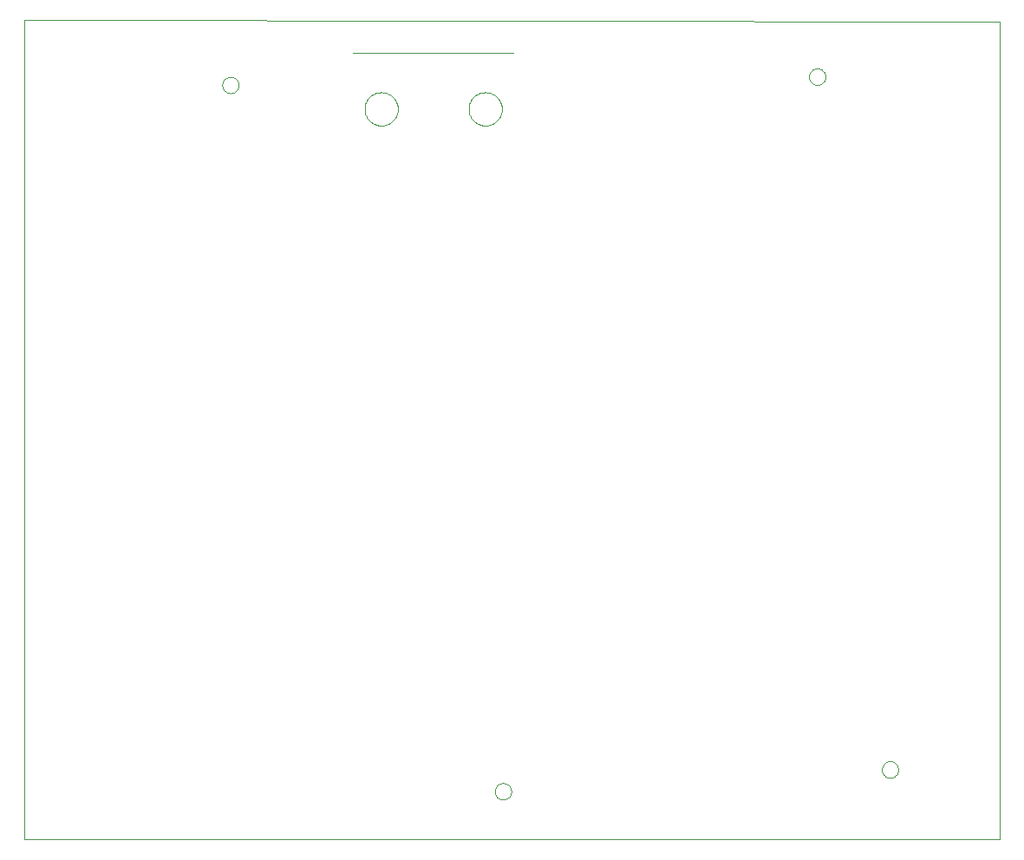
<source format=gko>
G75*
%MOIN*%
%OFA0B0*%
%FSLAX24Y24*%
%IPPOS*%
%LPD*%
%AMOC8*
5,1,8,0,0,1.08239X$1,22.5*
%
%ADD10C,0.0000*%
%ADD11C,0.0004*%
D10*
X001260Y002090D02*
X038752Y002090D01*
X038752Y033530D01*
X001260Y033590D01*
X001260Y002090D01*
X019345Y003940D02*
X019347Y003975D01*
X019353Y004010D01*
X019363Y004044D01*
X019376Y004077D01*
X019393Y004108D01*
X019414Y004136D01*
X019437Y004163D01*
X019464Y004186D01*
X019492Y004207D01*
X019523Y004224D01*
X019556Y004237D01*
X019590Y004247D01*
X019625Y004253D01*
X019660Y004255D01*
X019695Y004253D01*
X019730Y004247D01*
X019764Y004237D01*
X019797Y004224D01*
X019828Y004207D01*
X019856Y004186D01*
X019883Y004163D01*
X019906Y004136D01*
X019927Y004108D01*
X019944Y004077D01*
X019957Y004044D01*
X019967Y004010D01*
X019973Y003975D01*
X019975Y003940D01*
X019973Y003905D01*
X019967Y003870D01*
X019957Y003836D01*
X019944Y003803D01*
X019927Y003772D01*
X019906Y003744D01*
X019883Y003717D01*
X019856Y003694D01*
X019828Y003673D01*
X019797Y003656D01*
X019764Y003643D01*
X019730Y003633D01*
X019695Y003627D01*
X019660Y003625D01*
X019625Y003627D01*
X019590Y003633D01*
X019556Y003643D01*
X019523Y003656D01*
X019492Y003673D01*
X019464Y003694D01*
X019437Y003717D01*
X019414Y003744D01*
X019393Y003772D01*
X019376Y003803D01*
X019363Y003836D01*
X019353Y003870D01*
X019347Y003905D01*
X019345Y003940D01*
X034225Y004780D02*
X034227Y004815D01*
X034233Y004850D01*
X034243Y004884D01*
X034256Y004917D01*
X034273Y004948D01*
X034294Y004976D01*
X034317Y005003D01*
X034344Y005026D01*
X034372Y005047D01*
X034403Y005064D01*
X034436Y005077D01*
X034470Y005087D01*
X034505Y005093D01*
X034540Y005095D01*
X034575Y005093D01*
X034610Y005087D01*
X034644Y005077D01*
X034677Y005064D01*
X034708Y005047D01*
X034736Y005026D01*
X034763Y005003D01*
X034786Y004976D01*
X034807Y004948D01*
X034824Y004917D01*
X034837Y004884D01*
X034847Y004850D01*
X034853Y004815D01*
X034855Y004780D01*
X034853Y004745D01*
X034847Y004710D01*
X034837Y004676D01*
X034824Y004643D01*
X034807Y004612D01*
X034786Y004584D01*
X034763Y004557D01*
X034736Y004534D01*
X034708Y004513D01*
X034677Y004496D01*
X034644Y004483D01*
X034610Y004473D01*
X034575Y004467D01*
X034540Y004465D01*
X034505Y004467D01*
X034470Y004473D01*
X034436Y004483D01*
X034403Y004496D01*
X034372Y004513D01*
X034344Y004534D01*
X034317Y004557D01*
X034294Y004584D01*
X034273Y004612D01*
X034256Y004643D01*
X034243Y004676D01*
X034233Y004710D01*
X034227Y004745D01*
X034225Y004780D01*
X018340Y030180D02*
X018342Y030230D01*
X018348Y030280D01*
X018358Y030329D01*
X018371Y030378D01*
X018389Y030425D01*
X018410Y030471D01*
X018434Y030514D01*
X018462Y030556D01*
X018493Y030596D01*
X018527Y030633D01*
X018564Y030667D01*
X018604Y030698D01*
X018646Y030726D01*
X018689Y030750D01*
X018735Y030771D01*
X018782Y030789D01*
X018831Y030802D01*
X018880Y030812D01*
X018930Y030818D01*
X018980Y030820D01*
X019030Y030818D01*
X019080Y030812D01*
X019129Y030802D01*
X019178Y030789D01*
X019225Y030771D01*
X019271Y030750D01*
X019314Y030726D01*
X019356Y030698D01*
X019396Y030667D01*
X019433Y030633D01*
X019467Y030596D01*
X019498Y030556D01*
X019526Y030514D01*
X019550Y030471D01*
X019571Y030425D01*
X019589Y030378D01*
X019602Y030329D01*
X019612Y030280D01*
X019618Y030230D01*
X019620Y030180D01*
X019618Y030130D01*
X019612Y030080D01*
X019602Y030031D01*
X019589Y029982D01*
X019571Y029935D01*
X019550Y029889D01*
X019526Y029846D01*
X019498Y029804D01*
X019467Y029764D01*
X019433Y029727D01*
X019396Y029693D01*
X019356Y029662D01*
X019314Y029634D01*
X019271Y029610D01*
X019225Y029589D01*
X019178Y029571D01*
X019129Y029558D01*
X019080Y029548D01*
X019030Y029542D01*
X018980Y029540D01*
X018930Y029542D01*
X018880Y029548D01*
X018831Y029558D01*
X018782Y029571D01*
X018735Y029589D01*
X018689Y029610D01*
X018646Y029634D01*
X018604Y029662D01*
X018564Y029693D01*
X018527Y029727D01*
X018493Y029764D01*
X018462Y029804D01*
X018434Y029846D01*
X018410Y029889D01*
X018389Y029935D01*
X018371Y029982D01*
X018358Y030031D01*
X018348Y030080D01*
X018342Y030130D01*
X018340Y030180D01*
X014340Y030180D02*
X014342Y030230D01*
X014348Y030280D01*
X014358Y030329D01*
X014371Y030378D01*
X014389Y030425D01*
X014410Y030471D01*
X014434Y030514D01*
X014462Y030556D01*
X014493Y030596D01*
X014527Y030633D01*
X014564Y030667D01*
X014604Y030698D01*
X014646Y030726D01*
X014689Y030750D01*
X014735Y030771D01*
X014782Y030789D01*
X014831Y030802D01*
X014880Y030812D01*
X014930Y030818D01*
X014980Y030820D01*
X015030Y030818D01*
X015080Y030812D01*
X015129Y030802D01*
X015178Y030789D01*
X015225Y030771D01*
X015271Y030750D01*
X015314Y030726D01*
X015356Y030698D01*
X015396Y030667D01*
X015433Y030633D01*
X015467Y030596D01*
X015498Y030556D01*
X015526Y030514D01*
X015550Y030471D01*
X015571Y030425D01*
X015589Y030378D01*
X015602Y030329D01*
X015612Y030280D01*
X015618Y030230D01*
X015620Y030180D01*
X015618Y030130D01*
X015612Y030080D01*
X015602Y030031D01*
X015589Y029982D01*
X015571Y029935D01*
X015550Y029889D01*
X015526Y029846D01*
X015498Y029804D01*
X015467Y029764D01*
X015433Y029727D01*
X015396Y029693D01*
X015356Y029662D01*
X015314Y029634D01*
X015271Y029610D01*
X015225Y029589D01*
X015178Y029571D01*
X015129Y029558D01*
X015080Y029548D01*
X015030Y029542D01*
X014980Y029540D01*
X014930Y029542D01*
X014880Y029548D01*
X014831Y029558D01*
X014782Y029571D01*
X014735Y029589D01*
X014689Y029610D01*
X014646Y029634D01*
X014604Y029662D01*
X014564Y029693D01*
X014527Y029727D01*
X014493Y029764D01*
X014462Y029804D01*
X014434Y029846D01*
X014410Y029889D01*
X014389Y029935D01*
X014371Y029982D01*
X014358Y030031D01*
X014348Y030080D01*
X014342Y030130D01*
X014340Y030180D01*
X008865Y031100D02*
X008867Y031135D01*
X008873Y031170D01*
X008883Y031204D01*
X008896Y031237D01*
X008913Y031268D01*
X008934Y031296D01*
X008957Y031323D01*
X008984Y031346D01*
X009012Y031367D01*
X009043Y031384D01*
X009076Y031397D01*
X009110Y031407D01*
X009145Y031413D01*
X009180Y031415D01*
X009215Y031413D01*
X009250Y031407D01*
X009284Y031397D01*
X009317Y031384D01*
X009348Y031367D01*
X009376Y031346D01*
X009403Y031323D01*
X009426Y031296D01*
X009447Y031268D01*
X009464Y031237D01*
X009477Y031204D01*
X009487Y031170D01*
X009493Y031135D01*
X009495Y031100D01*
X009493Y031065D01*
X009487Y031030D01*
X009477Y030996D01*
X009464Y030963D01*
X009447Y030932D01*
X009426Y030904D01*
X009403Y030877D01*
X009376Y030854D01*
X009348Y030833D01*
X009317Y030816D01*
X009284Y030803D01*
X009250Y030793D01*
X009215Y030787D01*
X009180Y030785D01*
X009145Y030787D01*
X009110Y030793D01*
X009076Y030803D01*
X009043Y030816D01*
X009012Y030833D01*
X008984Y030854D01*
X008957Y030877D01*
X008934Y030904D01*
X008913Y030932D01*
X008896Y030963D01*
X008883Y030996D01*
X008873Y031030D01*
X008867Y031065D01*
X008865Y031100D01*
X031425Y031420D02*
X031427Y031455D01*
X031433Y031490D01*
X031443Y031524D01*
X031456Y031557D01*
X031473Y031588D01*
X031494Y031616D01*
X031517Y031643D01*
X031544Y031666D01*
X031572Y031687D01*
X031603Y031704D01*
X031636Y031717D01*
X031670Y031727D01*
X031705Y031733D01*
X031740Y031735D01*
X031775Y031733D01*
X031810Y031727D01*
X031844Y031717D01*
X031877Y031704D01*
X031908Y031687D01*
X031936Y031666D01*
X031963Y031643D01*
X031986Y031616D01*
X032007Y031588D01*
X032024Y031557D01*
X032037Y031524D01*
X032047Y031490D01*
X032053Y031455D01*
X032055Y031420D01*
X032053Y031385D01*
X032047Y031350D01*
X032037Y031316D01*
X032024Y031283D01*
X032007Y031252D01*
X031986Y031224D01*
X031963Y031197D01*
X031936Y031174D01*
X031908Y031153D01*
X031877Y031136D01*
X031844Y031123D01*
X031810Y031113D01*
X031775Y031107D01*
X031740Y031105D01*
X031705Y031107D01*
X031670Y031113D01*
X031636Y031123D01*
X031603Y031136D01*
X031572Y031153D01*
X031544Y031174D01*
X031517Y031197D01*
X031494Y031224D01*
X031473Y031252D01*
X031456Y031283D01*
X031443Y031316D01*
X031433Y031350D01*
X031427Y031385D01*
X031425Y031420D01*
D11*
X020055Y032349D02*
X013905Y032349D01*
M02*

</source>
